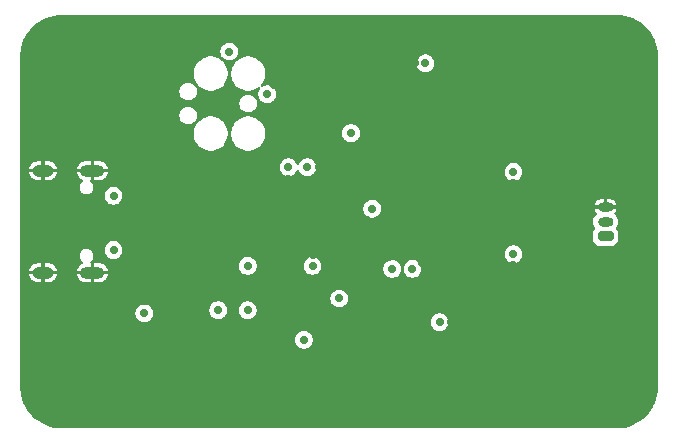
<source format=gbr>
%TF.GenerationSoftware,KiCad,Pcbnew,9.0.6*%
%TF.CreationDate,2025-12-11T07:51:36+01:00*%
%TF.ProjectId,ch32-baseboard-kicad,63683332-2d62-4617-9365-626f6172642d,rev?*%
%TF.SameCoordinates,PX5b8d800PY8954400*%
%TF.FileFunction,Copper,L2,Inr*%
%TF.FilePolarity,Positive*%
%FSLAX46Y46*%
G04 Gerber Fmt 4.6, Leading zero omitted, Abs format (unit mm)*
G04 Created by KiCad (PCBNEW 9.0.6) date 2025-12-11 07:51:36*
%MOMM*%
%LPD*%
G01*
G04 APERTURE LIST*
G04 Aperture macros list*
%AMRoundRect*
0 Rectangle with rounded corners*
0 $1 Rounding radius*
0 $2 $3 $4 $5 $6 $7 $8 $9 X,Y pos of 4 corners*
0 Add a 4 corners polygon primitive as box body*
4,1,4,$2,$3,$4,$5,$6,$7,$8,$9,$2,$3,0*
0 Add four circle primitives for the rounded corners*
1,1,$1+$1,$2,$3*
1,1,$1+$1,$4,$5*
1,1,$1+$1,$6,$7*
1,1,$1+$1,$8,$9*
0 Add four rect primitives between the rounded corners*
20,1,$1+$1,$2,$3,$4,$5,0*
20,1,$1+$1,$4,$5,$6,$7,0*
20,1,$1+$1,$6,$7,$8,$9,0*
20,1,$1+$1,$8,$9,$2,$3,0*%
G04 Aperture macros list end*
%TA.AperFunction,HeatsinkPad*%
%ADD10O,2.100000X1.000000*%
%TD*%
%TA.AperFunction,HeatsinkPad*%
%ADD11O,1.800000X1.000000*%
%TD*%
%TA.AperFunction,ComponentPad*%
%ADD12RoundRect,0.200000X0.450000X-0.200000X0.450000X0.200000X-0.450000X0.200000X-0.450000X-0.200000X0*%
%TD*%
%TA.AperFunction,ComponentPad*%
%ADD13O,1.300000X0.800000*%
%TD*%
%TA.AperFunction,ComponentPad*%
%ADD14C,0.800000*%
%TD*%
%TA.AperFunction,ComponentPad*%
%ADD15C,6.400000*%
%TD*%
%TA.AperFunction,ViaPad*%
%ADD16C,0.700000*%
%TD*%
G04 APERTURE END LIST*
D10*
%TO.N,GND*%
%TO.C,J1*%
X6605000Y23320000D03*
D11*
X2425000Y23320000D03*
D10*
X6605000Y14680000D03*
D11*
X2425000Y14680000D03*
%TD*%
D12*
%TO.N,/UART_CN_TX*%
%TO.C,J3*%
X50050000Y17750000D03*
D13*
%TO.N,/UART_CN_RX*%
X50050000Y19000000D03*
%TO.N,GND*%
X50050000Y20250000D03*
%TD*%
D14*
%TO.N,GND*%
%TO.C,MH2*%
X48600000Y33000000D03*
X49302944Y34697056D03*
X49302944Y31302944D03*
X51000000Y35400000D03*
D15*
X51000000Y33000000D03*
D14*
X51000000Y30600000D03*
X52697056Y34697056D03*
X52697056Y31302944D03*
X53400000Y33000000D03*
%TD*%
%TO.N,GND*%
%TO.C,MH4*%
X1600000Y5000000D03*
X2302944Y6697056D03*
X2302944Y3302944D03*
X4000000Y7400000D03*
D15*
X4000000Y5000000D03*
D14*
X4000000Y2600000D03*
X5697056Y6697056D03*
X5697056Y3302944D03*
X6400000Y5000000D03*
%TD*%
%TO.N,GND*%
%TO.C,MH3*%
X48600000Y5000000D03*
X49302944Y6697056D03*
X49302944Y3302944D03*
X51000000Y7400000D03*
D15*
X51000000Y5000000D03*
D14*
X51000000Y2600000D03*
X52697056Y6697056D03*
X52697056Y3302944D03*
X53400000Y5000000D03*
%TD*%
%TO.N,GND*%
%TO.C,MH1*%
X1600000Y33000000D03*
X2302944Y34697056D03*
X2302944Y31302944D03*
X4000000Y35400000D03*
D15*
X4000000Y33000000D03*
D14*
X4000000Y30600000D03*
X5697056Y34697056D03*
X5697056Y31302944D03*
X6400000Y33000000D03*
%TD*%
D16*
%TO.N,GND*%
X11250000Y25750000D03*
X21600000Y8900000D03*
X32800000Y4650000D03*
X39000000Y6500000D03*
X41250000Y35250000D03*
X35000000Y8650000D03*
X49250000Y11250000D03*
X24000000Y5750000D03*
X26100000Y13750000D03*
X33900000Y32400000D03*
X27750000Y2700000D03*
X11250000Y29000000D03*
X41250000Y21250000D03*
X18500000Y11500000D03*
X53000000Y22712500D03*
X15500000Y9250000D03*
X39112500Y2700000D03*
X29500000Y15750000D03*
X17500000Y17200000D03*
X31750000Y19000000D03*
X30500000Y23250000D03*
X16500000Y5750000D03*
X16500000Y2750000D03*
X12500000Y9500000D03*
X45500000Y11250000D03*
X13750000Y11500000D03*
X45750000Y35250000D03*
X10000000Y13250000D03*
X29500000Y7650000D03*
X11000000Y12250000D03*
X29500000Y5650000D03*
X1750000Y27000000D03*
X25000000Y13750000D03*
X14500000Y22250000D03*
X45500000Y29500000D03*
X35000000Y4650000D03*
X33900000Y4650000D03*
X35000000Y7650000D03*
X38000000Y11500000D03*
X6500000Y13000000D03*
X26000000Y26000000D03*
X13000000Y12250000D03*
X43750000Y32500000D03*
X9600000Y18500000D03*
X14887500Y35000000D03*
X41250000Y14250000D03*
X31700000Y4650000D03*
X38000000Y22250000D03*
X21000000Y15500000D03*
X12000000Y13250000D03*
X35000000Y5650000D03*
X53000000Y11350000D03*
X18675000Y35000000D03*
X22462500Y35000000D03*
X29750000Y21000000D03*
X24000000Y2750000D03*
X22000000Y26000000D03*
X36250000Y18000000D03*
X6500000Y25000000D03*
X26250000Y35000000D03*
X31537500Y2700000D03*
X45500000Y26500000D03*
X16250000Y17200000D03*
X37000000Y10500000D03*
X16500000Y19750000D03*
X29750000Y9650000D03*
X30600000Y4650000D03*
X53000000Y15137500D03*
X34750000Y9650000D03*
X29400000Y35200000D03*
X25800000Y23600000D03*
X45500000Y22500000D03*
X29500000Y29800000D03*
X42250000Y22250000D03*
X35325000Y2700000D03*
X29500000Y6650000D03*
X29500000Y8650000D03*
X11250000Y22250000D03*
X35500000Y14750000D03*
X35000000Y6650000D03*
X15000000Y17200000D03*
X35750000Y23000000D03*
X29500000Y4650000D03*
X42900000Y2700000D03*
X38000000Y15750000D03*
X8500000Y22250000D03*
X23200000Y22600000D03*
X1750000Y21000000D03*
X20250000Y5750000D03*
X47250000Y19000000D03*
X11100000Y35000000D03*
X53000000Y18925000D03*
X12500000Y5750000D03*
X33000000Y26500000D03*
X8500000Y9500000D03*
X22000000Y30600000D03*
X36250000Y26500000D03*
X30500000Y27500000D03*
X20250000Y2750000D03*
X42250000Y9000000D03*
X38750000Y26500000D03*
X6750000Y28000000D03*
X8300000Y15400000D03*
X34500000Y15500000D03*
X1750000Y17000000D03*
X49250000Y26500000D03*
X53000000Y26500000D03*
X26000000Y21250000D03*
X31750000Y16000000D03*
X3750000Y19000000D03*
X45500000Y14500000D03*
X25250000Y16210000D03*
X42250000Y15290000D03*
X22600000Y14100000D03*
X34000000Y21000000D03*
X12500000Y2750000D03*
%TO.N,+3V3S*%
X27500000Y12500000D03*
X42250000Y16250000D03*
X28500000Y26500000D03*
X25250000Y15250000D03*
X42250000Y23210000D03*
X36000000Y10500000D03*
%TO.N,/NRST*%
X24800000Y23600000D03*
X23200000Y23600000D03*
X18200000Y33400000D03*
%TO.N,+VBUS*%
X8400000Y16600000D03*
X8400000Y21200000D03*
%TO.N,+3V3*%
X21400000Y29800000D03*
X24500000Y9000000D03*
X19750000Y11500000D03*
X17250000Y11500000D03*
X19750000Y15250000D03*
X11000000Y11250000D03*
%TO.N,/BOOT0*%
X30300000Y20100000D03*
X34800000Y32400000D03*
%TO.N,/INA_VOUT*%
X32000000Y15000000D03*
X33700000Y15000000D03*
%TD*%
%TA.AperFunction,Conductor*%
%TO.N,GND*%
G36*
X51002421Y36499381D02*
G01*
X51031158Y36497970D01*
X51338173Y36482887D01*
X51347815Y36481937D01*
X51677915Y36432971D01*
X51687421Y36431081D01*
X52011144Y36349992D01*
X52020415Y36347180D01*
X52334625Y36234754D01*
X52343594Y36231039D01*
X52645263Y36088360D01*
X52653826Y36083782D01*
X52940049Y35912227D01*
X52948127Y35906829D01*
X53216150Y35708049D01*
X53223660Y35701886D01*
X53470921Y35477782D01*
X53477781Y35470922D01*
X53603484Y35332230D01*
X53701885Y35223661D01*
X53708048Y35216151D01*
X53906828Y34948128D01*
X53912226Y34940050D01*
X54083781Y34653827D01*
X54088361Y34645259D01*
X54231036Y34343598D01*
X54234754Y34334622D01*
X54347175Y34020429D01*
X54349995Y34011132D01*
X54431077Y33687433D01*
X54432972Y33677904D01*
X54481934Y33347830D01*
X54482887Y33338162D01*
X54499381Y33002423D01*
X54499500Y32997565D01*
X54499500Y5002436D01*
X54499381Y4997578D01*
X54482887Y4661839D01*
X54481934Y4652171D01*
X54432972Y4322097D01*
X54431077Y4312568D01*
X54349995Y3988869D01*
X54347175Y3979572D01*
X54234754Y3665379D01*
X54231036Y3656403D01*
X54088361Y3354742D01*
X54083781Y3346174D01*
X53912226Y3059951D01*
X53906828Y3051873D01*
X53708048Y2783850D01*
X53701885Y2776340D01*
X53477786Y2529084D01*
X53470916Y2522214D01*
X53223660Y2298115D01*
X53216150Y2291952D01*
X52948127Y2093172D01*
X52940049Y2087774D01*
X52653826Y1916219D01*
X52645258Y1911639D01*
X52343597Y1768964D01*
X52334621Y1765246D01*
X52020428Y1652825D01*
X52011131Y1650005D01*
X51687432Y1568923D01*
X51677903Y1567028D01*
X51347829Y1518066D01*
X51338161Y1517113D01*
X51002422Y1500619D01*
X50997564Y1500500D01*
X4002436Y1500500D01*
X3997578Y1500619D01*
X3661838Y1517113D01*
X3652170Y1518066D01*
X3322096Y1567028D01*
X3312567Y1568923D01*
X2988868Y1650005D01*
X2979571Y1652825D01*
X2665378Y1765246D01*
X2656402Y1768964D01*
X2354741Y1911639D01*
X2346173Y1916219D01*
X2059950Y2087774D01*
X2051872Y2093172D01*
X1783849Y2291952D01*
X1776339Y2298115D01*
X1529083Y2522214D01*
X1522218Y2529079D01*
X1298114Y2776340D01*
X1291951Y2783850D01*
X1093171Y3051873D01*
X1087773Y3059951D01*
X958223Y3276092D01*
X916216Y3346177D01*
X911638Y3354742D01*
X768963Y3656403D01*
X765245Y3665379D01*
X652820Y3979585D01*
X650008Y3988856D01*
X568919Y4312579D01*
X567029Y4322085D01*
X518063Y4652185D01*
X517113Y4661827D01*
X500619Y4997579D01*
X500500Y5002436D01*
X500500Y9073918D01*
X23749500Y9073918D01*
X23749500Y8926082D01*
X23778342Y8781087D01*
X23834916Y8644505D01*
X23917049Y8521584D01*
X24021584Y8417049D01*
X24144505Y8334916D01*
X24281087Y8278342D01*
X24426082Y8249500D01*
X24426083Y8249500D01*
X24573917Y8249500D01*
X24573918Y8249500D01*
X24718913Y8278342D01*
X24855495Y8334916D01*
X24978416Y8417049D01*
X25082951Y8521584D01*
X25165084Y8644505D01*
X25221658Y8781087D01*
X25250500Y8926082D01*
X25250500Y9073918D01*
X25221658Y9218913D01*
X25165084Y9355495D01*
X25082951Y9478416D01*
X24978416Y9582951D01*
X24855495Y9665084D01*
X24855493Y9665085D01*
X24718914Y9721658D01*
X24573918Y9750500D01*
X24426082Y9750500D01*
X24426081Y9750500D01*
X24281085Y9721658D01*
X24144506Y9665085D01*
X24021585Y9582952D01*
X23917048Y9478415D01*
X23834915Y9355494D01*
X23778342Y9218915D01*
X23778342Y9218913D01*
X23749500Y9073918D01*
X500500Y9073918D01*
X500500Y11323918D01*
X10249500Y11323918D01*
X10249500Y11176082D01*
X10278342Y11031087D01*
X10334916Y10894505D01*
X10417049Y10771584D01*
X10521584Y10667049D01*
X10644505Y10584916D01*
X10781087Y10528342D01*
X10926082Y10499500D01*
X10926083Y10499500D01*
X11073917Y10499500D01*
X11073918Y10499500D01*
X11218913Y10528342D01*
X11328946Y10573919D01*
X35249500Y10573919D01*
X35249500Y10573918D01*
X35249500Y10426082D01*
X35278342Y10281087D01*
X35334916Y10144505D01*
X35417049Y10021584D01*
X35521584Y9917049D01*
X35644505Y9834916D01*
X35781087Y9778342D01*
X35926082Y9749500D01*
X35926083Y9749500D01*
X36073917Y9749500D01*
X36073918Y9749500D01*
X36218913Y9778342D01*
X36355495Y9834916D01*
X36478416Y9917049D01*
X36582951Y10021584D01*
X36665084Y10144505D01*
X36721658Y10281087D01*
X36750500Y10426082D01*
X36750500Y10573918D01*
X36721658Y10718913D01*
X36665084Y10855495D01*
X36582951Y10978416D01*
X36478416Y11082951D01*
X36355495Y11165084D01*
X36355493Y11165085D01*
X36218914Y11221658D01*
X36073918Y11250500D01*
X35926082Y11250500D01*
X35926081Y11250500D01*
X35781085Y11221658D01*
X35644506Y11165085D01*
X35521585Y11082952D01*
X35417048Y10978415D01*
X35334915Y10855494D01*
X35278342Y10718915D01*
X35249500Y10573919D01*
X11328946Y10573919D01*
X11355495Y10584916D01*
X11478416Y10667049D01*
X11582951Y10771584D01*
X11665084Y10894505D01*
X11721658Y11031087D01*
X11750500Y11176082D01*
X11750500Y11323918D01*
X11721658Y11468913D01*
X11715702Y11483291D01*
X11691842Y11540897D01*
X11678163Y11573919D01*
X16499500Y11573919D01*
X16499500Y11426082D01*
X16528342Y11281086D01*
X16576392Y11165084D01*
X16584916Y11144505D01*
X16667049Y11021584D01*
X16771584Y10917049D01*
X16894505Y10834916D01*
X17031087Y10778342D01*
X17176082Y10749500D01*
X17176083Y10749500D01*
X17323917Y10749500D01*
X17323918Y10749500D01*
X17468913Y10778342D01*
X17605495Y10834916D01*
X17728416Y10917049D01*
X17832951Y11021584D01*
X17915084Y11144505D01*
X17971658Y11281087D01*
X18000500Y11426082D01*
X18000500Y11573918D01*
X18000500Y11573919D01*
X18999500Y11573919D01*
X18999500Y11426082D01*
X19028342Y11281086D01*
X19076392Y11165084D01*
X19084916Y11144505D01*
X19167049Y11021584D01*
X19271584Y10917049D01*
X19394505Y10834916D01*
X19531087Y10778342D01*
X19676082Y10749500D01*
X19676083Y10749500D01*
X19823917Y10749500D01*
X19823918Y10749500D01*
X19968913Y10778342D01*
X20105495Y10834916D01*
X20228416Y10917049D01*
X20332951Y11021584D01*
X20415084Y11144505D01*
X20471658Y11281087D01*
X20500500Y11426082D01*
X20500500Y11573918D01*
X20471658Y11718913D01*
X20415084Y11855495D01*
X20332951Y11978416D01*
X20228416Y12082951D01*
X20105495Y12165084D01*
X20105493Y12165085D01*
X19968914Y12221658D01*
X19823918Y12250500D01*
X19676082Y12250500D01*
X19676081Y12250500D01*
X19531085Y12221658D01*
X19394506Y12165085D01*
X19271585Y12082952D01*
X19167048Y11978415D01*
X19084915Y11855494D01*
X19028342Y11718915D01*
X18999500Y11573919D01*
X18000500Y11573919D01*
X17971658Y11718913D01*
X17915084Y11855495D01*
X17832951Y11978416D01*
X17728416Y12082951D01*
X17605495Y12165084D01*
X17605493Y12165085D01*
X17468914Y12221658D01*
X17323918Y12250500D01*
X17176082Y12250500D01*
X17176081Y12250500D01*
X17031085Y12221658D01*
X16894506Y12165085D01*
X16771585Y12082952D01*
X16667048Y11978415D01*
X16584915Y11855494D01*
X16528342Y11718915D01*
X16499500Y11573919D01*
X11678163Y11573919D01*
X11665084Y11605494D01*
X11665084Y11605495D01*
X11582951Y11728416D01*
X11478416Y11832951D01*
X11355495Y11915084D01*
X11350751Y11917049D01*
X11218914Y11971658D01*
X11073918Y12000500D01*
X10926082Y12000500D01*
X10926081Y12000500D01*
X10781085Y11971658D01*
X10644506Y11915085D01*
X10521585Y11832952D01*
X10417048Y11728415D01*
X10334915Y11605494D01*
X10278342Y11468915D01*
X10269822Y11426082D01*
X10249500Y11323918D01*
X500500Y11323918D01*
X500500Y12573919D01*
X26749500Y12573919D01*
X26749500Y12426082D01*
X26778342Y12281086D01*
X26826392Y12165084D01*
X26834916Y12144505D01*
X26917049Y12021584D01*
X27021584Y11917049D01*
X27144505Y11834916D01*
X27281087Y11778342D01*
X27426082Y11749500D01*
X27426083Y11749500D01*
X27573917Y11749500D01*
X27573918Y11749500D01*
X27718913Y11778342D01*
X27855495Y11834916D01*
X27978416Y11917049D01*
X28082951Y12021584D01*
X28165084Y12144505D01*
X28221658Y12281087D01*
X28250500Y12426082D01*
X28250500Y12573918D01*
X28221658Y12718913D01*
X28165084Y12855495D01*
X28082951Y12978416D01*
X27978416Y13082951D01*
X27855495Y13165084D01*
X27855493Y13165085D01*
X27718914Y13221658D01*
X27573918Y13250500D01*
X27426082Y13250500D01*
X27426081Y13250500D01*
X27281085Y13221658D01*
X27144506Y13165085D01*
X27021585Y13082952D01*
X26917048Y12978415D01*
X26834915Y12855494D01*
X26778342Y12718915D01*
X26749500Y12573919D01*
X500500Y12573919D01*
X500500Y14830001D01*
X1239164Y14830001D01*
X1239165Y14830000D01*
X1765192Y14830000D01*
X1745444Y14795796D01*
X1725000Y14719496D01*
X1725000Y14640504D01*
X1745444Y14564204D01*
X1765192Y14530000D01*
X1239164Y14530000D01*
X1255742Y14446652D01*
X1316048Y14301060D01*
X1316052Y14301051D01*
X1403599Y14170031D01*
X1403602Y14170027D01*
X1515026Y14058603D01*
X1515030Y14058600D01*
X1646050Y13971053D01*
X1646059Y13971049D01*
X1791650Y13910743D01*
X1946204Y13880001D01*
X1946208Y13880000D01*
X2274999Y13880000D01*
X2275000Y13880001D01*
X2275000Y14380000D01*
X2575000Y14380000D01*
X2575000Y13880001D01*
X2575001Y13880000D01*
X2903792Y13880000D01*
X2903795Y13880001D01*
X3058349Y13910743D01*
X3203940Y13971049D01*
X3203949Y13971053D01*
X3334969Y14058600D01*
X3334973Y14058603D01*
X3446397Y14170027D01*
X3446400Y14170031D01*
X3533947Y14301051D01*
X3533951Y14301060D01*
X3594257Y14446652D01*
X3610836Y14530000D01*
X3084808Y14530000D01*
X3104556Y14564204D01*
X3125000Y14640504D01*
X3125000Y14719496D01*
X3104556Y14795796D01*
X3084808Y14830000D01*
X3610835Y14830000D01*
X3610835Y14830001D01*
X5269164Y14830001D01*
X5269165Y14830000D01*
X5795192Y14830000D01*
X5775444Y14795796D01*
X5755000Y14719496D01*
X5755000Y14640504D01*
X5775444Y14564204D01*
X5795192Y14530000D01*
X5269164Y14530000D01*
X5285742Y14446652D01*
X5346048Y14301060D01*
X5346052Y14301051D01*
X5433599Y14170031D01*
X5433602Y14170027D01*
X5545026Y14058603D01*
X5545030Y14058600D01*
X5676050Y13971053D01*
X5676059Y13971049D01*
X5821650Y13910743D01*
X5976204Y13880001D01*
X5976208Y13880000D01*
X6454999Y13880000D01*
X6455000Y13880001D01*
X6455000Y14380000D01*
X6755000Y14380000D01*
X6755000Y13880001D01*
X6755001Y13880000D01*
X7233792Y13880000D01*
X7233795Y13880001D01*
X7388349Y13910743D01*
X7533940Y13971049D01*
X7533949Y13971053D01*
X7664969Y14058600D01*
X7664973Y14058603D01*
X7776397Y14170027D01*
X7776400Y14170031D01*
X7863947Y14301051D01*
X7863951Y14301060D01*
X7924257Y14446652D01*
X7940836Y14530000D01*
X7414808Y14530000D01*
X7434556Y14564204D01*
X7455000Y14640504D01*
X7455000Y14719496D01*
X7434556Y14795796D01*
X7414808Y14830000D01*
X7940835Y14830000D01*
X7940835Y14830001D01*
X7924257Y14913349D01*
X7863951Y15058941D01*
X7863947Y15058950D01*
X7776400Y15189970D01*
X7776397Y15189974D01*
X7664973Y15301398D01*
X7664969Y15301401D01*
X7631269Y15323919D01*
X18999500Y15323919D01*
X18999500Y15176082D01*
X19028342Y15031086D01*
X19084915Y14894507D01*
X19084916Y14894505D01*
X19167049Y14771584D01*
X19271584Y14667049D01*
X19394505Y14584916D01*
X19531087Y14528342D01*
X19676082Y14499500D01*
X19676083Y14499500D01*
X19823917Y14499500D01*
X19823918Y14499500D01*
X19968913Y14528342D01*
X20105495Y14584916D01*
X20228416Y14667049D01*
X20332951Y14771584D01*
X20415084Y14894505D01*
X20471658Y15031087D01*
X20500500Y15176082D01*
X20500500Y15323918D01*
X20500500Y15323919D01*
X24499500Y15323919D01*
X24499500Y15176082D01*
X24528342Y15031086D01*
X24584915Y14894507D01*
X24584916Y14894505D01*
X24667049Y14771584D01*
X24771584Y14667049D01*
X24894505Y14584916D01*
X25031087Y14528342D01*
X25176082Y14499500D01*
X25176083Y14499500D01*
X25323917Y14499500D01*
X25323918Y14499500D01*
X25468913Y14528342D01*
X25605495Y14584916D01*
X25728416Y14667049D01*
X25832951Y14771584D01*
X25915084Y14894505D01*
X25971658Y15031087D01*
X25980178Y15073919D01*
X31249500Y15073919D01*
X31249500Y14926082D01*
X31278342Y14781086D01*
X31325578Y14667049D01*
X31334916Y14644505D01*
X31417049Y14521584D01*
X31521584Y14417049D01*
X31644505Y14334916D01*
X31781087Y14278342D01*
X31926082Y14249500D01*
X31926083Y14249500D01*
X32073917Y14249500D01*
X32073918Y14249500D01*
X32218913Y14278342D01*
X32355495Y14334916D01*
X32478416Y14417049D01*
X32582951Y14521584D01*
X32665084Y14644505D01*
X32721658Y14781087D01*
X32750500Y14926082D01*
X32750500Y15073918D01*
X32750500Y15073919D01*
X32949500Y15073919D01*
X32949500Y14926082D01*
X32978342Y14781086D01*
X33025578Y14667049D01*
X33034916Y14644505D01*
X33117049Y14521584D01*
X33221584Y14417049D01*
X33344505Y14334916D01*
X33481087Y14278342D01*
X33626082Y14249500D01*
X33626083Y14249500D01*
X33773917Y14249500D01*
X33773918Y14249500D01*
X33918913Y14278342D01*
X34055495Y14334916D01*
X34178416Y14417049D01*
X34282951Y14521584D01*
X34365084Y14644505D01*
X34421658Y14781087D01*
X34450500Y14926082D01*
X34450500Y15073918D01*
X34421658Y15218913D01*
X34365084Y15355495D01*
X34282951Y15478416D01*
X34178416Y15582951D01*
X34055495Y15665084D01*
X34050751Y15667049D01*
X33918914Y15721658D01*
X33773918Y15750500D01*
X33626082Y15750500D01*
X33626081Y15750500D01*
X33481085Y15721658D01*
X33344506Y15665085D01*
X33221585Y15582952D01*
X33117048Y15478415D01*
X33034915Y15355494D01*
X32978342Y15218915D01*
X32949500Y15073919D01*
X32750500Y15073919D01*
X32721658Y15218913D01*
X32665084Y15355495D01*
X32582951Y15478416D01*
X32478416Y15582951D01*
X32355495Y15665084D01*
X32350751Y15667049D01*
X32218914Y15721658D01*
X32073918Y15750500D01*
X31926082Y15750500D01*
X31926081Y15750500D01*
X31781085Y15721658D01*
X31644506Y15665085D01*
X31521585Y15582952D01*
X31417048Y15478415D01*
X31334915Y15355494D01*
X31278342Y15218915D01*
X31249500Y15073919D01*
X25980178Y15073919D01*
X26000500Y15176082D01*
X26000500Y15323918D01*
X25971658Y15468913D01*
X25915084Y15605495D01*
X25832951Y15728416D01*
X25728416Y15832951D01*
X25605495Y15915084D01*
X25605493Y15915085D01*
X25468914Y15971658D01*
X25323918Y16000500D01*
X25176082Y16000500D01*
X25176081Y16000500D01*
X25031085Y15971658D01*
X24894506Y15915085D01*
X24771585Y15832952D01*
X24667048Y15728415D01*
X24584915Y15605494D01*
X24528342Y15468915D01*
X24499500Y15323919D01*
X20500500Y15323919D01*
X20471658Y15468913D01*
X20415084Y15605495D01*
X20332951Y15728416D01*
X20228416Y15832951D01*
X20105495Y15915084D01*
X20105493Y15915085D01*
X19968914Y15971658D01*
X19823918Y16000500D01*
X19676082Y16000500D01*
X19676081Y16000500D01*
X19531085Y15971658D01*
X19394506Y15915085D01*
X19271585Y15832952D01*
X19167048Y15728415D01*
X19084915Y15605494D01*
X19028342Y15468915D01*
X18999500Y15323919D01*
X7631269Y15323919D01*
X7533949Y15388948D01*
X7533940Y15388952D01*
X7388349Y15449258D01*
X7233795Y15480000D01*
X6755001Y15480000D01*
X6755000Y15479999D01*
X6755000Y14980000D01*
X6455000Y14980000D01*
X6455000Y15479999D01*
X6442940Y15492059D01*
X6415163Y15546576D01*
X6424734Y15607008D01*
X6456829Y15640826D01*
X6455672Y15642334D01*
X6460815Y15646282D01*
X6460821Y15646285D01*
X6568715Y15754179D01*
X6623749Y15849500D01*
X6645006Y15886318D01*
X6645006Y15886320D01*
X6645008Y15886322D01*
X6684500Y16033707D01*
X6684500Y16186293D01*
X6645008Y16333678D01*
X6645006Y16333681D01*
X6645006Y16333683D01*
X6568718Y16465817D01*
X6568716Y16465819D01*
X6568715Y16465821D01*
X6460821Y16573715D01*
X6460818Y16573717D01*
X6460816Y16573719D01*
X6427340Y16593046D01*
X6328681Y16650007D01*
X6328682Y16650007D01*
X6239445Y16673918D01*
X6239441Y16673919D01*
X7649500Y16673919D01*
X7649500Y16526082D01*
X7678342Y16381086D01*
X7734915Y16244507D01*
X7734916Y16244505D01*
X7817049Y16121584D01*
X7921584Y16017049D01*
X8044505Y15934916D01*
X8181087Y15878342D01*
X8326082Y15849500D01*
X8326083Y15849500D01*
X8473917Y15849500D01*
X8473918Y15849500D01*
X8618913Y15878342D01*
X8755495Y15934916D01*
X8878416Y16017049D01*
X8982951Y16121584D01*
X9065084Y16244505D01*
X9097978Y16323919D01*
X41499500Y16323919D01*
X41499500Y16176082D01*
X41528342Y16031086D01*
X41576392Y15915084D01*
X41584916Y15894505D01*
X41667049Y15771584D01*
X41771584Y15667049D01*
X41894505Y15584916D01*
X42031087Y15528342D01*
X42176082Y15499500D01*
X42176083Y15499500D01*
X42323917Y15499500D01*
X42323918Y15499500D01*
X42468913Y15528342D01*
X42605495Y15584916D01*
X42728416Y15667049D01*
X42832951Y15771584D01*
X42915084Y15894505D01*
X42971658Y16031087D01*
X43000500Y16176082D01*
X43000500Y16323918D01*
X42971658Y16468913D01*
X42915084Y16605495D01*
X42832951Y16728416D01*
X42728416Y16832951D01*
X42605495Y16915084D01*
X42605493Y16915085D01*
X42468914Y16971658D01*
X42323918Y17000500D01*
X42176082Y17000500D01*
X42176081Y17000500D01*
X42031085Y16971658D01*
X41894506Y16915085D01*
X41771585Y16832952D01*
X41667048Y16728415D01*
X41584915Y16605494D01*
X41528342Y16468915D01*
X41499500Y16323919D01*
X9097978Y16323919D01*
X9121658Y16381087D01*
X9150500Y16526082D01*
X9150500Y16673918D01*
X9121658Y16818913D01*
X9065084Y16955495D01*
X8982951Y17078416D01*
X8878416Y17182951D01*
X8755495Y17265084D01*
X8755493Y17265085D01*
X8618914Y17321658D01*
X8473918Y17350500D01*
X8326082Y17350500D01*
X8326081Y17350500D01*
X8181085Y17321658D01*
X8044506Y17265085D01*
X7921585Y17182952D01*
X7817048Y17078415D01*
X7734915Y16955494D01*
X7678342Y16818915D01*
X7649500Y16673919D01*
X6239441Y16673919D01*
X6181293Y16689500D01*
X6028707Y16689500D01*
X5970558Y16673919D01*
X5881317Y16650007D01*
X5749183Y16573719D01*
X5641281Y16465817D01*
X5564993Y16333683D01*
X5541098Y16244506D01*
X5525500Y16186293D01*
X5525500Y16033707D01*
X5529964Y16017049D01*
X5564993Y15886318D01*
X5641281Y15754184D01*
X5641283Y15754182D01*
X5641285Y15754179D01*
X5749179Y15646285D01*
X5749181Y15646284D01*
X5749183Y15646282D01*
X5804300Y15614460D01*
X5845241Y15568991D01*
X5851637Y15508141D01*
X5821044Y15455153D01*
X5792686Y15437260D01*
X5676059Y15388952D01*
X5676050Y15388948D01*
X5545030Y15301401D01*
X5545026Y15301398D01*
X5433602Y15189974D01*
X5433599Y15189970D01*
X5346052Y15058950D01*
X5346048Y15058941D01*
X5285742Y14913349D01*
X5269164Y14830001D01*
X3610835Y14830001D01*
X3594257Y14913349D01*
X3533951Y15058941D01*
X3533947Y15058950D01*
X3446400Y15189970D01*
X3446397Y15189974D01*
X3334973Y15301398D01*
X3334969Y15301401D01*
X3203949Y15388948D01*
X3203940Y15388952D01*
X3058349Y15449258D01*
X2903795Y15480000D01*
X2575001Y15480000D01*
X2575000Y15479999D01*
X2575000Y14980000D01*
X2275000Y14980000D01*
X2275000Y15479999D01*
X2274999Y15480000D01*
X1946204Y15480000D01*
X1791650Y15449258D01*
X1646059Y15388952D01*
X1646050Y15388948D01*
X1515030Y15301401D01*
X1515026Y15301398D01*
X1403602Y15189974D01*
X1403599Y15189970D01*
X1316052Y15058950D01*
X1316048Y15058941D01*
X1255742Y14913349D01*
X1239164Y14830001D01*
X500500Y14830001D01*
X500500Y19078845D01*
X48999500Y19078845D01*
X48999500Y18921156D01*
X49030263Y18766504D01*
X49030263Y18766502D01*
X49090603Y18620826D01*
X49090609Y18620814D01*
X49175573Y18493659D01*
X49192182Y18434771D01*
X49171800Y18378390D01*
X49075462Y18252840D01*
X49075462Y18252839D01*
X49014957Y18106767D01*
X49014955Y18106759D01*
X48999500Y17989363D01*
X48999500Y17510643D01*
X48999501Y17510638D01*
X49014955Y17393242D01*
X49014957Y17393234D01*
X49075462Y17247162D01*
X49075462Y17247161D01*
X49124732Y17182951D01*
X49171718Y17121718D01*
X49297159Y17025464D01*
X49443238Y16964956D01*
X49560639Y16949500D01*
X50539360Y16949501D01*
X50656762Y16964956D01*
X50802841Y17025464D01*
X50928282Y17121718D01*
X51024536Y17247159D01*
X51085044Y17393238D01*
X51100500Y17510639D01*
X51100499Y17989360D01*
X51085044Y18106762D01*
X51024537Y18252839D01*
X51024537Y18252840D01*
X50928199Y18378390D01*
X50907775Y18436066D01*
X50924425Y18493657D01*
X51009394Y18620821D01*
X51069737Y18766503D01*
X51100500Y18921158D01*
X51100500Y19078842D01*
X51069737Y19233497D01*
X51049622Y19282058D01*
X51009396Y19379175D01*
X51009390Y19379186D01*
X50972152Y19434916D01*
X50921789Y19510289D01*
X50810289Y19621789D01*
X50806850Y19625228D01*
X50808427Y19626806D01*
X50780145Y19670991D01*
X50783751Y19732070D01*
X50805936Y19765987D01*
X50843726Y19803777D01*
X50920333Y19918429D01*
X50973098Y20045818D01*
X50983877Y20100000D01*
X50253554Y20100000D01*
X50261940Y20108386D01*
X50300000Y20200272D01*
X50300000Y20299728D01*
X50261940Y20391614D01*
X50253554Y20400000D01*
X50983877Y20400000D01*
X50973098Y20454183D01*
X50920333Y20581572D01*
X50843728Y20696221D01*
X50746220Y20793729D01*
X50631571Y20870334D01*
X50504183Y20923099D01*
X50368944Y20950000D01*
X50200001Y20950000D01*
X50200000Y20949999D01*
X50200000Y20453554D01*
X50191614Y20461940D01*
X50099728Y20500000D01*
X50000272Y20500000D01*
X49908386Y20461940D01*
X49900000Y20453554D01*
X49900000Y20949999D01*
X49899999Y20950000D01*
X49731055Y20950000D01*
X49595816Y20923099D01*
X49468428Y20870334D01*
X49353779Y20793729D01*
X49256271Y20696221D01*
X49179666Y20581572D01*
X49126901Y20454183D01*
X49116123Y20400000D01*
X49846446Y20400000D01*
X49838060Y20391614D01*
X49800000Y20299728D01*
X49800000Y20200272D01*
X49838060Y20108386D01*
X49846446Y20100000D01*
X49116123Y20100000D01*
X49126901Y20045818D01*
X49179666Y19918429D01*
X49256271Y19803780D01*
X49294065Y19765986D01*
X49321842Y19711469D01*
X49312271Y19651037D01*
X49292241Y19626135D01*
X49293149Y19625227D01*
X49178218Y19510298D01*
X49178211Y19510289D01*
X49090609Y19379186D01*
X49090603Y19379175D01*
X49030263Y19233499D01*
X49030263Y19233497D01*
X48999500Y19078845D01*
X500500Y19078845D01*
X500500Y20173919D01*
X29549500Y20173919D01*
X29549500Y20026082D01*
X29578342Y19881086D01*
X29626018Y19765987D01*
X29634916Y19744505D01*
X29717049Y19621584D01*
X29821584Y19517049D01*
X29944505Y19434916D01*
X30081087Y19378342D01*
X30226082Y19349500D01*
X30226083Y19349500D01*
X30373917Y19349500D01*
X30373918Y19349500D01*
X30518913Y19378342D01*
X30655495Y19434916D01*
X30778416Y19517049D01*
X30882951Y19621584D01*
X30965084Y19744505D01*
X31021658Y19881087D01*
X31050500Y20026082D01*
X31050500Y20173918D01*
X31021658Y20318913D01*
X30965084Y20455495D01*
X30882951Y20578416D01*
X30778416Y20682951D01*
X30655495Y20765084D01*
X30586340Y20793729D01*
X30518914Y20821658D01*
X30373918Y20850500D01*
X30226082Y20850500D01*
X30226081Y20850500D01*
X30081085Y20821658D01*
X29944506Y20765085D01*
X29821585Y20682952D01*
X29717048Y20578415D01*
X29634915Y20455494D01*
X29578342Y20318915D01*
X29549500Y20173919D01*
X500500Y20173919D01*
X500500Y21273919D01*
X7649500Y21273919D01*
X7649500Y21126082D01*
X7678342Y20981086D01*
X7691219Y20949999D01*
X7734916Y20844505D01*
X7817049Y20721584D01*
X7921584Y20617049D01*
X8044505Y20534916D01*
X8181087Y20478342D01*
X8326082Y20449500D01*
X8326083Y20449500D01*
X8473917Y20449500D01*
X8473918Y20449500D01*
X8618913Y20478342D01*
X8755495Y20534916D01*
X8878416Y20617049D01*
X8982951Y20721584D01*
X9065084Y20844505D01*
X9121658Y20981087D01*
X9150500Y21126082D01*
X9150500Y21273918D01*
X9121658Y21418913D01*
X9065084Y21555495D01*
X8982951Y21678416D01*
X8878416Y21782951D01*
X8755495Y21865084D01*
X8755493Y21865085D01*
X8618914Y21921658D01*
X8473918Y21950500D01*
X8326082Y21950500D01*
X8326081Y21950500D01*
X8181085Y21921658D01*
X8044506Y21865085D01*
X7921585Y21782952D01*
X7817048Y21678415D01*
X7734915Y21555494D01*
X7678342Y21418915D01*
X7649500Y21273919D01*
X500500Y21273919D01*
X500500Y23470001D01*
X1239164Y23470001D01*
X1239165Y23470000D01*
X1765192Y23470000D01*
X1745444Y23435796D01*
X1725000Y23359496D01*
X1725000Y23280504D01*
X1745444Y23204204D01*
X1765192Y23170000D01*
X1239164Y23170000D01*
X1255742Y23086652D01*
X1316048Y22941060D01*
X1316052Y22941051D01*
X1403599Y22810031D01*
X1403602Y22810027D01*
X1515026Y22698603D01*
X1515030Y22698600D01*
X1646050Y22611053D01*
X1646059Y22611049D01*
X1791650Y22550743D01*
X1946204Y22520001D01*
X1946208Y22520000D01*
X2274999Y22520000D01*
X2275000Y22520001D01*
X2275000Y23020000D01*
X2575000Y23020000D01*
X2575000Y22520001D01*
X2575001Y22520000D01*
X2903792Y22520000D01*
X2903795Y22520001D01*
X3058349Y22550743D01*
X3203940Y22611049D01*
X3203949Y22611053D01*
X3334969Y22698600D01*
X3334973Y22698603D01*
X3446397Y22810027D01*
X3446400Y22810031D01*
X3533947Y22941051D01*
X3533951Y22941060D01*
X3594257Y23086652D01*
X3610836Y23170000D01*
X3084808Y23170000D01*
X3104556Y23204204D01*
X3125000Y23280504D01*
X3125000Y23359496D01*
X3104556Y23435796D01*
X3084808Y23470000D01*
X3610835Y23470000D01*
X3610835Y23470001D01*
X5269164Y23470001D01*
X5269165Y23470000D01*
X5795192Y23470000D01*
X5775444Y23435796D01*
X5755000Y23359496D01*
X5755000Y23280504D01*
X5775444Y23204204D01*
X5795192Y23170000D01*
X5269164Y23170000D01*
X5285742Y23086652D01*
X5346048Y22941060D01*
X5346052Y22941051D01*
X5433599Y22810031D01*
X5433602Y22810027D01*
X5545026Y22698603D01*
X5545030Y22698600D01*
X5676050Y22611053D01*
X5676062Y22611047D01*
X5792685Y22562741D01*
X5839211Y22523005D01*
X5853495Y22463510D01*
X5830081Y22406982D01*
X5804301Y22385541D01*
X5749181Y22353717D01*
X5641281Y22245817D01*
X5564993Y22113683D01*
X5525500Y21966293D01*
X5525500Y21813708D01*
X5564993Y21666318D01*
X5641281Y21534184D01*
X5641283Y21534182D01*
X5641285Y21534179D01*
X5749179Y21426285D01*
X5749181Y21426284D01*
X5749183Y21426282D01*
X5881318Y21349994D01*
X5881319Y21349994D01*
X5881322Y21349992D01*
X6028707Y21310500D01*
X6028708Y21310500D01*
X6181292Y21310500D01*
X6181293Y21310500D01*
X6328678Y21349992D01*
X6328680Y21349994D01*
X6328682Y21349994D01*
X6353839Y21364518D01*
X6460816Y21426282D01*
X6460816Y21426283D01*
X6460821Y21426285D01*
X6568715Y21534179D01*
X6645008Y21666322D01*
X6684500Y21813707D01*
X6684500Y21966293D01*
X6645008Y22113678D01*
X6645006Y22113681D01*
X6645006Y22113683D01*
X6568718Y22245817D01*
X6568716Y22245819D01*
X6568715Y22245821D01*
X6460821Y22353715D01*
X6460818Y22353717D01*
X6460817Y22353718D01*
X6455672Y22357666D01*
X6456981Y22359373D01*
X6422496Y22397686D01*
X6416111Y22458538D01*
X6442941Y22507942D01*
X6455000Y22520001D01*
X6455000Y23020000D01*
X6755000Y23020000D01*
X6755000Y22520001D01*
X6755001Y22520000D01*
X7233792Y22520000D01*
X7233795Y22520001D01*
X7388349Y22550743D01*
X7533940Y22611049D01*
X7533949Y22611053D01*
X7664969Y22698600D01*
X7664973Y22698603D01*
X7776397Y22810027D01*
X7776400Y22810031D01*
X7863947Y22941051D01*
X7863951Y22941060D01*
X7924257Y23086652D01*
X7940836Y23170000D01*
X7414808Y23170000D01*
X7434556Y23204204D01*
X7455000Y23280504D01*
X7455000Y23359496D01*
X7434556Y23435796D01*
X7414808Y23470000D01*
X7940835Y23470000D01*
X7940835Y23470001D01*
X7924257Y23553349D01*
X7887994Y23640896D01*
X7887993Y23640898D01*
X7874316Y23673919D01*
X22449500Y23673919D01*
X22449500Y23526082D01*
X22478342Y23381086D01*
X22518591Y23283917D01*
X22534916Y23244505D01*
X22617049Y23121584D01*
X22721584Y23017049D01*
X22844505Y22934916D01*
X22981087Y22878342D01*
X23126082Y22849500D01*
X23126083Y22849500D01*
X23273917Y22849500D01*
X23273918Y22849500D01*
X23418913Y22878342D01*
X23555495Y22934916D01*
X23678416Y23017049D01*
X23782951Y23121584D01*
X23865084Y23244505D01*
X23908536Y23349409D01*
X23948272Y23395934D01*
X24007767Y23410218D01*
X24064295Y23386804D01*
X24091464Y23349408D01*
X24134915Y23244506D01*
X24134916Y23244505D01*
X24217049Y23121584D01*
X24321584Y23017049D01*
X24444505Y22934916D01*
X24581087Y22878342D01*
X24726082Y22849500D01*
X24726083Y22849500D01*
X24873917Y22849500D01*
X24873918Y22849500D01*
X25018913Y22878342D01*
X25155495Y22934916D01*
X25278416Y23017049D01*
X25382951Y23121584D01*
X25465084Y23244505D01*
X25481410Y23283919D01*
X41499500Y23283919D01*
X41499500Y23136082D01*
X41528342Y22991086D01*
X41575042Y22878343D01*
X41584916Y22854505D01*
X41667049Y22731584D01*
X41771584Y22627049D01*
X41894505Y22544916D01*
X42031087Y22488342D01*
X42176082Y22459500D01*
X42176083Y22459500D01*
X42323917Y22459500D01*
X42323918Y22459500D01*
X42468913Y22488342D01*
X42605495Y22544916D01*
X42728416Y22627049D01*
X42832951Y22731584D01*
X42915084Y22854505D01*
X42971658Y22991087D01*
X43000500Y23136082D01*
X43000500Y23283918D01*
X42971658Y23428913D01*
X42915084Y23565495D01*
X42832951Y23688416D01*
X42728416Y23792951D01*
X42605495Y23875084D01*
X42605493Y23875085D01*
X42468914Y23931658D01*
X42323918Y23960500D01*
X42176082Y23960500D01*
X42176081Y23960500D01*
X42031085Y23931658D01*
X41894506Y23875085D01*
X41771585Y23792952D01*
X41667048Y23688415D01*
X41584915Y23565494D01*
X41528342Y23428915D01*
X41499500Y23283919D01*
X25481410Y23283919D01*
X25521658Y23381087D01*
X25550500Y23526082D01*
X25550500Y23673918D01*
X25521658Y23818913D01*
X25465084Y23955495D01*
X25382951Y24078416D01*
X25278416Y24182951D01*
X25155495Y24265084D01*
X25155493Y24265085D01*
X25018914Y24321658D01*
X24873918Y24350500D01*
X24726082Y24350500D01*
X24726081Y24350500D01*
X24581085Y24321658D01*
X24444506Y24265085D01*
X24321585Y24182952D01*
X24217048Y24078415D01*
X24134915Y23955494D01*
X24091464Y23850593D01*
X24051728Y23804067D01*
X23992233Y23789783D01*
X23935705Y23813198D01*
X23908536Y23850593D01*
X23891836Y23890910D01*
X23865084Y23955495D01*
X23782951Y24078416D01*
X23678416Y24182951D01*
X23555495Y24265084D01*
X23555493Y24265085D01*
X23418914Y24321658D01*
X23273918Y24350500D01*
X23126082Y24350500D01*
X23126081Y24350500D01*
X22981085Y24321658D01*
X22844506Y24265085D01*
X22721585Y24182952D01*
X22617048Y24078415D01*
X22534915Y23955494D01*
X22478342Y23818915D01*
X22449500Y23673919D01*
X7874316Y23673919D01*
X7863953Y23698938D01*
X7863947Y23698950D01*
X7776400Y23829970D01*
X7776397Y23829974D01*
X7664973Y23941398D01*
X7664969Y23941401D01*
X7533949Y24028948D01*
X7533940Y24028952D01*
X7388349Y24089258D01*
X7233795Y24120000D01*
X6755001Y24120000D01*
X6755000Y24119999D01*
X6755000Y23620000D01*
X6455000Y23620000D01*
X6455000Y24119999D01*
X6454999Y24120000D01*
X5976204Y24120000D01*
X5821650Y24089258D01*
X5676059Y24028952D01*
X5676050Y24028948D01*
X5545030Y23941401D01*
X5545026Y23941398D01*
X5433602Y23829974D01*
X5433599Y23829970D01*
X5346052Y23698950D01*
X5346048Y23698941D01*
X5285742Y23553349D01*
X5269164Y23470001D01*
X3610835Y23470001D01*
X3594257Y23553349D01*
X3533951Y23698941D01*
X3533947Y23698950D01*
X3446400Y23829970D01*
X3446397Y23829974D01*
X3334973Y23941398D01*
X3334969Y23941401D01*
X3203949Y24028948D01*
X3203940Y24028952D01*
X3058349Y24089258D01*
X2903795Y24120000D01*
X2575001Y24120000D01*
X2575000Y24119999D01*
X2575000Y23620000D01*
X2275000Y23620000D01*
X2275000Y24119999D01*
X2274999Y24120000D01*
X1946204Y24120000D01*
X1791650Y24089258D01*
X1646059Y24028952D01*
X1646050Y24028948D01*
X1515030Y23941401D01*
X1515026Y23941398D01*
X1403602Y23829974D01*
X1403599Y23829970D01*
X1316052Y23698950D01*
X1316048Y23698941D01*
X1255742Y23553349D01*
X1239164Y23470001D01*
X500500Y23470001D01*
X500500Y26573488D01*
X15173050Y26573488D01*
X15173050Y26346513D01*
X15208553Y26122348D01*
X15241294Y26021584D01*
X15278692Y25906483D01*
X15334065Y25797809D01*
X15343983Y25778342D01*
X15381734Y25704253D01*
X15515142Y25520632D01*
X15675632Y25360142D01*
X15859253Y25226734D01*
X16061483Y25123692D01*
X16277343Y25053555D01*
X16277344Y25053555D01*
X16277347Y25053554D01*
X16501513Y25018050D01*
X16501516Y25018050D01*
X16728487Y25018050D01*
X16952652Y25053554D01*
X16952653Y25053555D01*
X16952657Y25053555D01*
X17168517Y25123692D01*
X17370747Y25226734D01*
X17554368Y25360142D01*
X17714858Y25520632D01*
X17848266Y25704253D01*
X17951308Y25906483D01*
X18021445Y26122343D01*
X18024955Y26144505D01*
X18056950Y26346513D01*
X18056950Y26573488D01*
X18348050Y26573488D01*
X18348050Y26346513D01*
X18383553Y26122348D01*
X18416294Y26021584D01*
X18453692Y25906483D01*
X18509065Y25797809D01*
X18518983Y25778342D01*
X18556734Y25704253D01*
X18690142Y25520632D01*
X18850632Y25360142D01*
X19034253Y25226734D01*
X19236483Y25123692D01*
X19452343Y25053555D01*
X19452344Y25053555D01*
X19452347Y25053554D01*
X19676513Y25018050D01*
X19676516Y25018050D01*
X19903487Y25018050D01*
X20127652Y25053554D01*
X20127653Y25053555D01*
X20127657Y25053555D01*
X20343517Y25123692D01*
X20545747Y25226734D01*
X20729368Y25360142D01*
X20889858Y25520632D01*
X21023266Y25704253D01*
X21126308Y25906483D01*
X21196445Y26122343D01*
X21199955Y26144505D01*
X21231950Y26346513D01*
X21231950Y26573488D01*
X21231882Y26573918D01*
X27749500Y26573918D01*
X27749500Y26426082D01*
X27778342Y26281087D01*
X27834916Y26144505D01*
X27917049Y26021584D01*
X28021584Y25917049D01*
X28144505Y25834916D01*
X28281087Y25778342D01*
X28426082Y25749500D01*
X28426083Y25749500D01*
X28573917Y25749500D01*
X28573918Y25749500D01*
X28718913Y25778342D01*
X28855495Y25834916D01*
X28978416Y25917049D01*
X29082951Y26021584D01*
X29165084Y26144505D01*
X29221658Y26281087D01*
X29250500Y26426082D01*
X29250500Y26573918D01*
X29221658Y26718913D01*
X29165084Y26855495D01*
X29082951Y26978416D01*
X28978416Y27082951D01*
X28855495Y27165084D01*
X28855493Y27165085D01*
X28718914Y27221658D01*
X28573918Y27250500D01*
X28426082Y27250500D01*
X28426081Y27250500D01*
X28281085Y27221658D01*
X28144506Y27165085D01*
X28021585Y27082952D01*
X27917048Y26978415D01*
X27834915Y26855494D01*
X27778342Y26718915D01*
X27778342Y26718913D01*
X27749500Y26573918D01*
X21231882Y26573918D01*
X21196446Y26797653D01*
X21177653Y26855494D01*
X21126308Y27013517D01*
X21023266Y27215747D01*
X20889858Y27399368D01*
X20729368Y27559858D01*
X20545747Y27693266D01*
X20545746Y27693267D01*
X20545744Y27693268D01*
X20452191Y27740935D01*
X20343517Y27796308D01*
X20343514Y27796309D01*
X20343512Y27796310D01*
X20127652Y27866447D01*
X19903487Y27901950D01*
X19903484Y27901950D01*
X19676516Y27901950D01*
X19676513Y27901950D01*
X19452347Y27866447D01*
X19236487Y27796310D01*
X19034255Y27693268D01*
X18945574Y27628837D01*
X18850632Y27559858D01*
X18690142Y27399368D01*
X18632141Y27319536D01*
X18556732Y27215745D01*
X18453690Y27013513D01*
X18383553Y26797653D01*
X18348050Y26573488D01*
X18056950Y26573488D01*
X18021446Y26797653D01*
X18002653Y26855494D01*
X17951308Y27013517D01*
X17848266Y27215747D01*
X17714858Y27399368D01*
X17554368Y27559858D01*
X17370747Y27693266D01*
X17370746Y27693267D01*
X17370744Y27693268D01*
X17277191Y27740935D01*
X17168517Y27796308D01*
X17168514Y27796309D01*
X17168512Y27796310D01*
X16952652Y27866447D01*
X16728487Y27901950D01*
X16728484Y27901950D01*
X16501516Y27901950D01*
X16501513Y27901950D01*
X16277347Y27866447D01*
X16061487Y27796310D01*
X15859255Y27693268D01*
X15770574Y27628837D01*
X15675632Y27559858D01*
X15515142Y27399368D01*
X15457141Y27319536D01*
X15381732Y27215745D01*
X15278690Y27013513D01*
X15208553Y26797653D01*
X15173050Y26573488D01*
X500500Y26573488D01*
X500500Y28057852D01*
X13960200Y28057852D01*
X13960200Y27910149D01*
X13989013Y27765293D01*
X14045535Y27628837D01*
X14127589Y27506034D01*
X14127592Y27506030D01*
X14232030Y27401592D01*
X14354836Y27319536D01*
X14491291Y27263014D01*
X14636151Y27234200D01*
X14636152Y27234200D01*
X14783848Y27234200D01*
X14783849Y27234200D01*
X14928709Y27263014D01*
X15065164Y27319536D01*
X15187970Y27401592D01*
X15292408Y27506030D01*
X15374464Y27628836D01*
X15430986Y27765291D01*
X15459800Y27910151D01*
X15459800Y28057849D01*
X15430986Y28202709D01*
X15374464Y28339164D01*
X15292408Y28461970D01*
X15187970Y28566408D01*
X15070594Y28644836D01*
X15065163Y28648465D01*
X14928707Y28704987D01*
X14783851Y28733800D01*
X14783849Y28733800D01*
X14636151Y28733800D01*
X14636148Y28733800D01*
X14491292Y28704987D01*
X14354836Y28648465D01*
X14232033Y28566411D01*
X14127589Y28461967D01*
X14045535Y28339164D01*
X13989013Y28202708D01*
X13960200Y28057852D01*
X500500Y28057852D01*
X500500Y29073852D01*
X19040200Y29073852D01*
X19040200Y28926149D01*
X19069013Y28781293D01*
X19125535Y28644837D01*
X19207589Y28522034D01*
X19207592Y28522030D01*
X19312030Y28417592D01*
X19434836Y28335536D01*
X19571291Y28279014D01*
X19716151Y28250200D01*
X19716152Y28250200D01*
X19863848Y28250200D01*
X19863849Y28250200D01*
X20008709Y28279014D01*
X20145164Y28335536D01*
X20267970Y28417592D01*
X20372408Y28522030D01*
X20454464Y28644836D01*
X20510986Y28781291D01*
X20539800Y28926151D01*
X20539800Y29073849D01*
X20510986Y29218709D01*
X20454464Y29355164D01*
X20372408Y29477970D01*
X20267970Y29582408D01*
X20150594Y29660836D01*
X20145163Y29664465D01*
X20008707Y29720987D01*
X19863851Y29749800D01*
X19863849Y29749800D01*
X19716151Y29749800D01*
X19716148Y29749800D01*
X19571292Y29720987D01*
X19434836Y29664465D01*
X19312033Y29582411D01*
X19207589Y29477967D01*
X19125535Y29355164D01*
X19069013Y29218708D01*
X19040200Y29073852D01*
X500500Y29073852D01*
X500500Y30089852D01*
X13960200Y30089852D01*
X13960200Y29942149D01*
X13989013Y29797293D01*
X14045535Y29660837D01*
X14098822Y29581087D01*
X14127592Y29538030D01*
X14232030Y29433592D01*
X14354836Y29351536D01*
X14491291Y29295014D01*
X14636151Y29266200D01*
X14636152Y29266200D01*
X14783848Y29266200D01*
X14783849Y29266200D01*
X14928709Y29295014D01*
X15065164Y29351536D01*
X15187970Y29433592D01*
X15292408Y29538030D01*
X15374464Y29660836D01*
X15430986Y29797291D01*
X15459800Y29942151D01*
X15459800Y30089849D01*
X15430986Y30234709D01*
X15374464Y30371164D01*
X15292408Y30493970D01*
X15187970Y30598408D01*
X15187966Y30598411D01*
X15065163Y30680465D01*
X14928707Y30736987D01*
X14783851Y30765800D01*
X14783849Y30765800D01*
X14636151Y30765800D01*
X14636148Y30765800D01*
X14491292Y30736987D01*
X14354836Y30680465D01*
X14232033Y30598411D01*
X14127589Y30493967D01*
X14045535Y30371164D01*
X13989013Y30234708D01*
X13960200Y30089852D01*
X500500Y30089852D01*
X500500Y31653488D01*
X15173050Y31653488D01*
X15173050Y31426513D01*
X15208553Y31202348D01*
X15208555Y31202343D01*
X15278692Y30986483D01*
X15381734Y30784253D01*
X15515142Y30600632D01*
X15675632Y30440142D01*
X15859253Y30306734D01*
X16061483Y30203692D01*
X16277343Y30133555D01*
X16277344Y30133555D01*
X16277347Y30133554D01*
X16501513Y30098050D01*
X16501516Y30098050D01*
X16728487Y30098050D01*
X16952652Y30133554D01*
X16952653Y30133555D01*
X16952657Y30133555D01*
X17168517Y30203692D01*
X17370747Y30306734D01*
X17554368Y30440142D01*
X17714858Y30600632D01*
X17848266Y30784253D01*
X17951308Y30986483D01*
X18021445Y31202343D01*
X18056950Y31426516D01*
X18056950Y31653484D01*
X18056950Y31653488D01*
X18348050Y31653488D01*
X18348050Y31426513D01*
X18383553Y31202348D01*
X18383555Y31202343D01*
X18453692Y30986483D01*
X18556734Y30784253D01*
X18690142Y30600632D01*
X18850632Y30440142D01*
X19034253Y30306734D01*
X19236483Y30203692D01*
X19452343Y30133555D01*
X19452344Y30133555D01*
X19452347Y30133554D01*
X19676513Y30098050D01*
X19676516Y30098050D01*
X19903487Y30098050D01*
X20127652Y30133554D01*
X20127653Y30133555D01*
X20127657Y30133555D01*
X20343517Y30203692D01*
X20545747Y30306734D01*
X20661290Y30390681D01*
X20719478Y30409588D01*
X20777669Y30390681D01*
X20813633Y30341181D01*
X20813634Y30279996D01*
X20801795Y30255587D01*
X20734914Y30155493D01*
X20678342Y30018915D01*
X20649500Y29873919D01*
X20649500Y29726082D01*
X20678342Y29581086D01*
X20734915Y29444507D01*
X20734916Y29444505D01*
X20817049Y29321584D01*
X20921584Y29217049D01*
X21044505Y29134916D01*
X21181087Y29078342D01*
X21326082Y29049500D01*
X21326083Y29049500D01*
X21473917Y29049500D01*
X21473918Y29049500D01*
X21618913Y29078342D01*
X21755495Y29134916D01*
X21878416Y29217049D01*
X21982951Y29321584D01*
X22065084Y29444505D01*
X22121658Y29581087D01*
X22150500Y29726082D01*
X22150500Y29873918D01*
X22121658Y30018913D01*
X22065084Y30155495D01*
X21982951Y30278416D01*
X21878416Y30382951D01*
X21755495Y30465084D01*
X21755493Y30465085D01*
X21618914Y30521658D01*
X21473918Y30550500D01*
X21326082Y30550500D01*
X21326081Y30550500D01*
X21181085Y30521658D01*
X21044504Y30465085D01*
X21044504Y30465084D01*
X21005714Y30439166D01*
X20946826Y30422558D01*
X20889423Y30443736D01*
X20855431Y30494611D01*
X20857833Y30555749D01*
X20880709Y30591484D01*
X20889858Y30600632D01*
X21023266Y30784253D01*
X21126308Y30986483D01*
X21196445Y31202343D01*
X21231950Y31426516D01*
X21231950Y31653484D01*
X21231950Y31653488D01*
X21196446Y31877653D01*
X21182172Y31921586D01*
X21126308Y32093517D01*
X21023266Y32295747D01*
X20893817Y32473919D01*
X34049500Y32473919D01*
X34049500Y32326082D01*
X34078342Y32181086D01*
X34114616Y32093513D01*
X34134916Y32044505D01*
X34217049Y31921584D01*
X34321584Y31817049D01*
X34444505Y31734916D01*
X34581087Y31678342D01*
X34726082Y31649500D01*
X34726083Y31649500D01*
X34873917Y31649500D01*
X34873918Y31649500D01*
X35018913Y31678342D01*
X35155495Y31734916D01*
X35278416Y31817049D01*
X35382951Y31921584D01*
X35465084Y32044505D01*
X35521658Y32181087D01*
X35550500Y32326082D01*
X35550500Y32473918D01*
X35521658Y32618913D01*
X35465084Y32755495D01*
X35382951Y32878416D01*
X35278416Y32982951D01*
X35155495Y33065084D01*
X35155493Y33065085D01*
X35018914Y33121658D01*
X34873918Y33150500D01*
X34726082Y33150500D01*
X34726081Y33150500D01*
X34581085Y33121658D01*
X34444506Y33065085D01*
X34321585Y32982952D01*
X34217048Y32878415D01*
X34134915Y32755494D01*
X34078342Y32618915D01*
X34049500Y32473919D01*
X20893817Y32473919D01*
X20889858Y32479368D01*
X20729368Y32639858D01*
X20545747Y32773266D01*
X20545746Y32773267D01*
X20545744Y32773268D01*
X20452191Y32820935D01*
X20343517Y32876308D01*
X20343514Y32876309D01*
X20343512Y32876310D01*
X20127652Y32946447D01*
X19903487Y32981950D01*
X19903484Y32981950D01*
X19676516Y32981950D01*
X19676513Y32981950D01*
X19452347Y32946447D01*
X19236487Y32876310D01*
X19034255Y32773268D01*
X18942442Y32706562D01*
X18850632Y32639858D01*
X18690142Y32479368D01*
X18647438Y32420591D01*
X18556732Y32295745D01*
X18453690Y32093513D01*
X18383553Y31877653D01*
X18348050Y31653488D01*
X18056950Y31653488D01*
X18021446Y31877653D01*
X18007172Y31921586D01*
X17951308Y32093517D01*
X17848266Y32295747D01*
X17714858Y32479368D01*
X17554368Y32639858D01*
X17370747Y32773266D01*
X17370746Y32773267D01*
X17370744Y32773268D01*
X17277191Y32820935D01*
X17168517Y32876308D01*
X17168514Y32876309D01*
X17168512Y32876310D01*
X16952652Y32946447D01*
X16728487Y32981950D01*
X16728484Y32981950D01*
X16501516Y32981950D01*
X16501513Y32981950D01*
X16277347Y32946447D01*
X16061487Y32876310D01*
X15859255Y32773268D01*
X15767442Y32706562D01*
X15675632Y32639858D01*
X15515142Y32479368D01*
X15472438Y32420591D01*
X15381732Y32295745D01*
X15278690Y32093513D01*
X15208553Y31877653D01*
X15173050Y31653488D01*
X500500Y31653488D01*
X500500Y32997565D01*
X500619Y33002422D01*
X503737Y33065892D01*
X517113Y33338176D01*
X518063Y33347812D01*
X536769Y33473919D01*
X17449500Y33473919D01*
X17449500Y33326082D01*
X17478342Y33181086D01*
X17526392Y33065084D01*
X17534916Y33044505D01*
X17617049Y32921584D01*
X17721584Y32817049D01*
X17844505Y32734916D01*
X17981087Y32678342D01*
X18126082Y32649500D01*
X18126083Y32649500D01*
X18273917Y32649500D01*
X18273918Y32649500D01*
X18418913Y32678342D01*
X18555495Y32734916D01*
X18678416Y32817049D01*
X18782951Y32921584D01*
X18865084Y33044505D01*
X18921658Y33181087D01*
X18950500Y33326082D01*
X18950500Y33473918D01*
X18921658Y33618913D01*
X18865084Y33755495D01*
X18782951Y33878416D01*
X18678416Y33982951D01*
X18555495Y34065084D01*
X18555493Y34065085D01*
X18418914Y34121658D01*
X18273918Y34150500D01*
X18126082Y34150500D01*
X18126081Y34150500D01*
X17981085Y34121658D01*
X17844506Y34065085D01*
X17721585Y33982952D01*
X17617048Y33878415D01*
X17534915Y33755494D01*
X17478342Y33618915D01*
X17449500Y33473919D01*
X536769Y33473919D01*
X567029Y33677920D01*
X568918Y33687418D01*
X650009Y34011151D01*
X652818Y34020410D01*
X765249Y34334633D01*
X768958Y34343588D01*
X911644Y34645272D01*
X916211Y34653815D01*
X1087780Y34940062D01*
X1093163Y34948117D01*
X1291957Y35216159D01*
X1298107Y35223654D01*
X1522228Y35470933D01*
X1529067Y35477772D01*
X1776346Y35701893D01*
X1783841Y35708043D01*
X2051883Y35906837D01*
X2059938Y35912220D01*
X2346185Y36083789D01*
X2354728Y36088356D01*
X2656412Y36231042D01*
X2665367Y36234751D01*
X2979590Y36347182D01*
X2988849Y36349991D01*
X3312582Y36431082D01*
X3322080Y36432971D01*
X3652186Y36481937D01*
X3661824Y36482887D01*
X3970606Y36498056D01*
X3997579Y36499381D01*
X4002436Y36499500D01*
X4065892Y36499500D01*
X50934108Y36499500D01*
X50997564Y36499500D01*
X51002421Y36499381D01*
G37*
%TD.AperFunction*%
%TD*%
M02*

</source>
